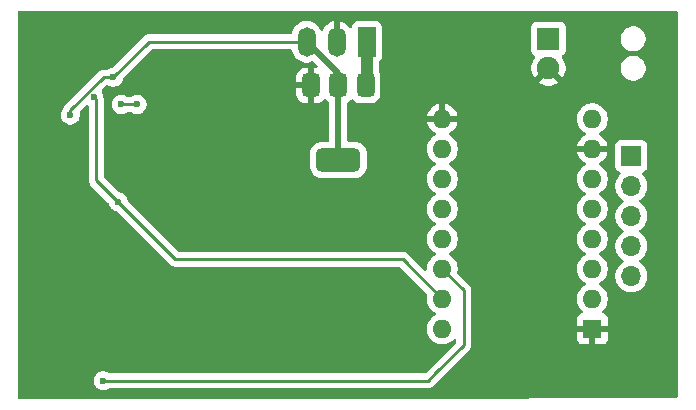
<source format=gbr>
G04 #@! TF.GenerationSoftware,KiCad,Pcbnew,9.0.1*
G04 #@! TF.CreationDate,2025-04-16T16:06:57+02:00*
G04 #@! TF.ProjectId,RulleGardin,52756c6c-6547-4617-9264-696e2e6b6963,rev?*
G04 #@! TF.SameCoordinates,Original*
G04 #@! TF.FileFunction,Copper,L2,Bot*
G04 #@! TF.FilePolarity,Positive*
%FSLAX46Y46*%
G04 Gerber Fmt 4.6, Leading zero omitted, Abs format (unit mm)*
G04 Created by KiCad (PCBNEW 9.0.1) date 2025-04-16 16:06:57*
%MOMM*%
%LPD*%
G01*
G04 APERTURE LIST*
G04 Aperture macros list*
%AMRoundRect*
0 Rectangle with rounded corners*
0 $1 Rounding radius*
0 $2 $3 $4 $5 $6 $7 $8 $9 X,Y pos of 4 corners*
0 Add a 4 corners polygon primitive as box body*
4,1,4,$2,$3,$4,$5,$6,$7,$8,$9,$2,$3,0*
0 Add four circle primitives for the rounded corners*
1,1,$1+$1,$2,$3*
1,1,$1+$1,$4,$5*
1,1,$1+$1,$6,$7*
1,1,$1+$1,$8,$9*
0 Add four rect primitives between the rounded corners*
20,1,$1+$1,$2,$3,$4,$5,0*
20,1,$1+$1,$4,$5,$6,$7,0*
20,1,$1+$1,$6,$7,$8,$9,0*
20,1,$1+$1,$8,$9,$2,$3,0*%
G04 Aperture macros list end*
G04 #@! TA.AperFunction,ComponentPad*
%ADD10R,1.700000X1.700000*%
G04 #@! TD*
G04 #@! TA.AperFunction,ComponentPad*
%ADD11O,1.700000X1.700000*%
G04 #@! TD*
G04 #@! TA.AperFunction,ComponentPad*
%ADD12R,1.900000X1.900000*%
G04 #@! TD*
G04 #@! TA.AperFunction,ComponentPad*
%ADD13C,1.900000*%
G04 #@! TD*
G04 #@! TA.AperFunction,ComponentPad*
%ADD14R,1.600000X1.600000*%
G04 #@! TD*
G04 #@! TA.AperFunction,ComponentPad*
%ADD15O,1.600000X1.600000*%
G04 #@! TD*
G04 #@! TA.AperFunction,ComponentPad*
%ADD16R,1.500000X2.500000*%
G04 #@! TD*
G04 #@! TA.AperFunction,ComponentPad*
%ADD17O,1.500000X2.500000*%
G04 #@! TD*
G04 #@! TA.AperFunction,SMDPad,CuDef*
%ADD18RoundRect,0.375000X-0.375000X0.625000X-0.375000X-0.625000X0.375000X-0.625000X0.375000X0.625000X0*%
G04 #@! TD*
G04 #@! TA.AperFunction,SMDPad,CuDef*
%ADD19RoundRect,0.500000X-1.400000X0.500000X-1.400000X-0.500000X1.400000X-0.500000X1.400000X0.500000X0*%
G04 #@! TD*
G04 #@! TA.AperFunction,ViaPad*
%ADD20C,0.600000*%
G04 #@! TD*
G04 #@! TA.AperFunction,Conductor*
%ADD21C,0.250000*%
G04 #@! TD*
G04 #@! TA.AperFunction,Conductor*
%ADD22C,0.500000*%
G04 #@! TD*
G04 #@! TA.AperFunction,Conductor*
%ADD23C,1.000000*%
G04 #@! TD*
G04 APERTURE END LIST*
D10*
X200000000Y-98380000D03*
D11*
X200000000Y-100920000D03*
X200000000Y-103460000D03*
X200000000Y-106000000D03*
X200000000Y-108540000D03*
D12*
X192985000Y-88450000D03*
D13*
X192985000Y-90950000D03*
D14*
X196700000Y-113000000D03*
D15*
X196700000Y-110460000D03*
X196700000Y-107920000D03*
X196700000Y-105380000D03*
X196700000Y-102840000D03*
X196700000Y-100300000D03*
X196700000Y-97760000D03*
X196700000Y-95220000D03*
X184000000Y-95220000D03*
X184000000Y-97760000D03*
X184000000Y-100300000D03*
X184000000Y-102840000D03*
X184000000Y-105380000D03*
X184000000Y-107920000D03*
X184000000Y-110460000D03*
X184000000Y-113000000D03*
D16*
X177600000Y-88700000D03*
D17*
X175060000Y-88700000D03*
X172520000Y-88700000D03*
D18*
X172900000Y-92400000D03*
X175200000Y-92400000D03*
D19*
X175200000Y-98700000D03*
D18*
X177500000Y-92400000D03*
D20*
X152500000Y-94900000D03*
X156150000Y-91700000D03*
X156550000Y-102250000D03*
X154500000Y-93400000D03*
X194600000Y-98000000D03*
X190300000Y-117600000D03*
X190100000Y-116000000D03*
X155300000Y-117400000D03*
X186900000Y-106100000D03*
X179800000Y-103500000D03*
X182200000Y-102000000D03*
X179700000Y-98900000D03*
X171100000Y-100900000D03*
X149200000Y-114600000D03*
X158151000Y-94000000D03*
X156800000Y-94000000D03*
X149300000Y-97400000D03*
X151200000Y-95000000D03*
X156900000Y-89500000D03*
D21*
X152500000Y-94514702D02*
X152500000Y-94900000D01*
X155314702Y-91700000D02*
X152500000Y-94514702D01*
X156150000Y-91700000D02*
X155314702Y-91700000D01*
X156150000Y-91700000D02*
X159150000Y-88700000D01*
X159150000Y-88700000D02*
X172520000Y-88700000D01*
X156550000Y-102250000D02*
X154700000Y-100400000D01*
X154700000Y-93600000D02*
X154500000Y-93400000D01*
X154700000Y-100400000D02*
X154700000Y-93600000D01*
X161400000Y-107100000D02*
X156550000Y-102250000D01*
X165100000Y-107100000D02*
X161400000Y-107100000D01*
X180640000Y-107100000D02*
X165100000Y-107100000D01*
X184000000Y-110460000D02*
X180640000Y-107100000D01*
D22*
X175200000Y-98700000D02*
X175200000Y-92400000D01*
D23*
X177600000Y-92300000D02*
X177500000Y-92400000D01*
X177600000Y-88700000D02*
X177600000Y-92300000D01*
D22*
X175200000Y-91380000D02*
X172520000Y-88700000D01*
X175200000Y-92400000D02*
X175200000Y-91380000D01*
D21*
X182800000Y-117400000D02*
X155300000Y-117400000D01*
X183500000Y-116700000D02*
X182800000Y-117400000D01*
X185800000Y-114400000D02*
X183500000Y-116700000D01*
X185800000Y-109720000D02*
X185800000Y-114400000D01*
X184000000Y-107920000D02*
X185800000Y-109720000D01*
X156800000Y-94000000D02*
X158151000Y-94000000D01*
G04 #@! TA.AperFunction,Conductor*
G36*
X203866621Y-86095502D02*
G01*
X203913114Y-86149158D01*
X203924500Y-86201500D01*
X203924500Y-118736495D01*
X203904498Y-118804616D01*
X203850842Y-118851109D01*
X203798811Y-118862495D01*
X178703718Y-118924337D01*
X178637681Y-118924500D01*
X148201500Y-118924500D01*
X148133379Y-118904498D01*
X148086886Y-118850842D01*
X148075500Y-118798500D01*
X148075500Y-94820367D01*
X151691500Y-94820367D01*
X151691500Y-94820370D01*
X151691500Y-94979630D01*
X151722570Y-95135831D01*
X151783517Y-95282968D01*
X151871997Y-95415389D01*
X151871998Y-95415390D01*
X151872003Y-95415396D01*
X151984603Y-95527996D01*
X151984609Y-95528001D01*
X151984611Y-95528003D01*
X152117032Y-95616483D01*
X152264169Y-95677430D01*
X152420370Y-95708500D01*
X152420371Y-95708500D01*
X152579629Y-95708500D01*
X152579630Y-95708500D01*
X152735831Y-95677430D01*
X152882968Y-95616483D01*
X153015389Y-95528003D01*
X153128003Y-95415389D01*
X153216483Y-95282968D01*
X153277430Y-95135831D01*
X153308500Y-94979630D01*
X153308500Y-94820370D01*
X153285426Y-94704369D01*
X153291754Y-94633658D01*
X153319907Y-94590697D01*
X153850344Y-94060260D01*
X153878640Y-94044810D01*
X153906055Y-94027861D01*
X153909568Y-94027922D01*
X153912655Y-94026237D01*
X153944821Y-94028537D01*
X153977041Y-94029100D01*
X153981327Y-94031148D01*
X153983471Y-94031302D01*
X154009396Y-94044563D01*
X154010462Y-94045276D01*
X154056010Y-94099733D01*
X154066500Y-94150067D01*
X154066500Y-100337606D01*
X154066500Y-100462394D01*
X154090845Y-100584785D01*
X154138600Y-100700075D01*
X154207929Y-100803833D01*
X154207931Y-100803835D01*
X155716402Y-102312306D01*
X155750428Y-102374618D01*
X155750886Y-102376819D01*
X155772570Y-102485831D01*
X155833517Y-102632968D01*
X155921997Y-102765389D01*
X155921998Y-102765390D01*
X155922003Y-102765396D01*
X156034603Y-102877996D01*
X156034609Y-102878001D01*
X156034611Y-102878003D01*
X156167032Y-102966483D01*
X156167036Y-102966485D01*
X156314162Y-103027428D01*
X156314166Y-103027428D01*
X156314169Y-103027430D01*
X156423179Y-103049112D01*
X156486087Y-103082019D01*
X156487692Y-103083596D01*
X160996161Y-107592067D01*
X160996167Y-107592072D01*
X161099925Y-107661401D01*
X161215215Y-107709155D01*
X161337606Y-107733500D01*
X165037606Y-107733500D01*
X180325406Y-107733500D01*
X180393527Y-107753502D01*
X180414501Y-107770405D01*
X182688436Y-110044341D01*
X182722462Y-110106653D01*
X182723790Y-110153146D01*
X182702188Y-110289533D01*
X182691500Y-110357019D01*
X182691500Y-110562981D01*
X182723720Y-110766408D01*
X182787366Y-110962290D01*
X182880871Y-111145803D01*
X183001932Y-111312430D01*
X183001934Y-111312432D01*
X183001936Y-111312435D01*
X183147564Y-111458063D01*
X183147567Y-111458065D01*
X183147570Y-111458068D01*
X183314197Y-111579129D01*
X183389962Y-111617733D01*
X183441577Y-111666482D01*
X183458643Y-111735397D01*
X183435742Y-111802598D01*
X183389963Y-111842266D01*
X183321033Y-111877387D01*
X183314193Y-111880873D01*
X183147567Y-112001934D01*
X183147564Y-112001936D01*
X183001936Y-112147564D01*
X183001934Y-112147567D01*
X182880873Y-112314193D01*
X182787367Y-112497708D01*
X182787364Y-112497714D01*
X182723721Y-112693587D01*
X182723720Y-112693590D01*
X182723720Y-112693592D01*
X182691500Y-112897019D01*
X182691500Y-113102981D01*
X182723720Y-113306408D01*
X182787366Y-113502290D01*
X182880871Y-113685803D01*
X183001932Y-113852430D01*
X183001934Y-113852432D01*
X183001936Y-113852435D01*
X183147564Y-113998063D01*
X183147567Y-113998065D01*
X183147570Y-113998068D01*
X183314197Y-114119129D01*
X183497710Y-114212634D01*
X183693592Y-114276280D01*
X183897019Y-114308500D01*
X183897022Y-114308500D01*
X184102978Y-114308500D01*
X184102981Y-114308500D01*
X184306408Y-114276280D01*
X184502290Y-114212634D01*
X184685803Y-114119129D01*
X184852430Y-113998068D01*
X184897807Y-113952691D01*
X184951405Y-113899094D01*
X184971151Y-113888311D01*
X184988158Y-113873575D01*
X185001705Y-113871627D01*
X185013717Y-113865068D01*
X185036160Y-113866673D01*
X185058432Y-113863471D01*
X185070881Y-113869156D01*
X185084532Y-113870133D01*
X185102545Y-113883617D01*
X185123012Y-113892965D01*
X185130410Y-113904477D01*
X185141368Y-113912680D01*
X185149231Y-113933763D01*
X185161396Y-113952691D01*
X185164598Y-113974961D01*
X185166179Y-113979200D01*
X185166500Y-113988189D01*
X185166500Y-114085406D01*
X185146498Y-114153527D01*
X185129595Y-114174501D01*
X182574501Y-116729595D01*
X182512189Y-116763621D01*
X182485406Y-116766500D01*
X155845382Y-116766500D01*
X155777261Y-116746498D01*
X155775447Y-116745309D01*
X155682968Y-116683517D01*
X155535831Y-116622570D01*
X155457730Y-116607035D01*
X155379632Y-116591500D01*
X155379630Y-116591500D01*
X155220370Y-116591500D01*
X155220367Y-116591500D01*
X155103219Y-116614802D01*
X155064169Y-116622570D01*
X155064167Y-116622571D01*
X154917032Y-116683517D01*
X154784609Y-116771998D01*
X154784603Y-116772003D01*
X154672003Y-116884603D01*
X154671998Y-116884609D01*
X154583517Y-117017032D01*
X154522571Y-117164167D01*
X154522570Y-117164170D01*
X154491500Y-117320367D01*
X154491500Y-117320370D01*
X154491500Y-117479630D01*
X154522570Y-117635831D01*
X154583517Y-117782968D01*
X154656415Y-117892068D01*
X154671998Y-117915390D01*
X154672003Y-117915396D01*
X154784603Y-118027996D01*
X154784609Y-118028001D01*
X154784611Y-118028003D01*
X154917032Y-118116483D01*
X155064169Y-118177430D01*
X155220370Y-118208500D01*
X155220371Y-118208500D01*
X155379629Y-118208500D01*
X155379630Y-118208500D01*
X155535831Y-118177430D01*
X155682968Y-118116483D01*
X155775382Y-118054734D01*
X155843133Y-118033520D01*
X155845382Y-118033500D01*
X182862393Y-118033500D01*
X182862394Y-118033500D01*
X182984785Y-118009155D01*
X183100075Y-117961400D01*
X183203833Y-117892071D01*
X183992071Y-117103833D01*
X186292071Y-114803833D01*
X186361400Y-114700075D01*
X186409155Y-114584785D01*
X186433500Y-114462394D01*
X186433500Y-114337606D01*
X186433500Y-109657606D01*
X186409155Y-109535215D01*
X186361400Y-109419925D01*
X186292071Y-109316167D01*
X186203833Y-109227929D01*
X185311563Y-108335659D01*
X185277537Y-108273347D01*
X185276209Y-108226853D01*
X185276278Y-108226411D01*
X185276280Y-108226408D01*
X185308500Y-108022981D01*
X185308500Y-107817019D01*
X185276280Y-107613592D01*
X185212634Y-107417710D01*
X185119129Y-107234197D01*
X184998068Y-107067570D01*
X184998065Y-107067567D01*
X184998063Y-107067564D01*
X184852435Y-106921936D01*
X184852432Y-106921934D01*
X184852430Y-106921932D01*
X184685803Y-106800871D01*
X184610034Y-106762265D01*
X184558422Y-106713519D01*
X184541356Y-106644604D01*
X184564257Y-106577402D01*
X184610034Y-106537735D01*
X184685803Y-106499129D01*
X184852430Y-106378068D01*
X184998068Y-106232430D01*
X185119129Y-106065803D01*
X185212634Y-105882290D01*
X185276280Y-105686408D01*
X185308500Y-105482981D01*
X185308500Y-105277019D01*
X185276280Y-105073592D01*
X185212634Y-104877710D01*
X185119129Y-104694197D01*
X184998068Y-104527570D01*
X184998065Y-104527567D01*
X184998063Y-104527564D01*
X184852435Y-104381936D01*
X184852432Y-104381934D01*
X184852430Y-104381932D01*
X184685803Y-104260871D01*
X184610034Y-104222265D01*
X184558422Y-104173519D01*
X184541356Y-104104604D01*
X184564257Y-104037402D01*
X184610034Y-103997735D01*
X184685803Y-103959129D01*
X184852430Y-103838068D01*
X184998068Y-103692430D01*
X185119129Y-103525803D01*
X185212634Y-103342290D01*
X185276280Y-103146408D01*
X185308500Y-102942981D01*
X185308500Y-102737019D01*
X185276280Y-102533592D01*
X185212634Y-102337710D01*
X185119129Y-102154197D01*
X184998068Y-101987570D01*
X184998065Y-101987567D01*
X184998063Y-101987564D01*
X184852435Y-101841936D01*
X184852432Y-101841934D01*
X184852430Y-101841932D01*
X184685803Y-101720871D01*
X184610034Y-101682265D01*
X184558422Y-101633519D01*
X184541356Y-101564604D01*
X184564257Y-101497402D01*
X184610034Y-101457735D01*
X184685803Y-101419129D01*
X184852430Y-101298068D01*
X184998068Y-101152430D01*
X185119129Y-100985803D01*
X185212634Y-100802290D01*
X185276280Y-100606408D01*
X185308500Y-100402981D01*
X185308500Y-100197019D01*
X185276280Y-99993592D01*
X185212634Y-99797710D01*
X185119129Y-99614197D01*
X184998068Y-99447570D01*
X184998065Y-99447567D01*
X184998063Y-99447564D01*
X184852435Y-99301936D01*
X184852432Y-99301934D01*
X184852430Y-99301932D01*
X184685803Y-99180871D01*
X184610034Y-99142265D01*
X184558422Y-99093519D01*
X184541356Y-99024604D01*
X184564257Y-98957402D01*
X184610034Y-98917735D01*
X184685803Y-98879129D01*
X184852430Y-98758068D01*
X184998068Y-98612430D01*
X185119129Y-98445803D01*
X185212634Y-98262290D01*
X185276280Y-98066408D01*
X185308500Y-97862981D01*
X185308500Y-97657019D01*
X185276280Y-97453592D01*
X185212634Y-97257710D01*
X185119129Y-97074197D01*
X184998068Y-96907570D01*
X184998065Y-96907567D01*
X184998063Y-96907564D01*
X184852435Y-96761936D01*
X184852432Y-96761934D01*
X184852430Y-96761932D01*
X184685803Y-96640871D01*
X184609486Y-96601985D01*
X184557873Y-96553239D01*
X184540807Y-96484324D01*
X184563708Y-96417122D01*
X184609488Y-96377453D01*
X184685545Y-96338699D01*
X184852107Y-96217684D01*
X184852110Y-96217682D01*
X184997682Y-96072110D01*
X184997684Y-96072107D01*
X185118699Y-95905545D01*
X185212170Y-95722099D01*
X185212173Y-95722093D01*
X185275791Y-95526295D01*
X185284074Y-95474000D01*
X184311686Y-95474000D01*
X184320080Y-95465606D01*
X184372741Y-95374394D01*
X184400000Y-95272661D01*
X184400000Y-95167339D01*
X184386517Y-95117019D01*
X195391500Y-95117019D01*
X195391500Y-95322981D01*
X195423702Y-95526295D01*
X195423721Y-95526412D01*
X195472789Y-95677429D01*
X195487366Y-95722290D01*
X195580871Y-95905803D01*
X195701932Y-96072430D01*
X195701934Y-96072432D01*
X195701936Y-96072435D01*
X195847564Y-96218063D01*
X195847567Y-96218065D01*
X195847570Y-96218068D01*
X196014197Y-96339129D01*
X196090511Y-96378013D01*
X196142126Y-96426760D01*
X196159192Y-96495675D01*
X196136292Y-96562876D01*
X196090513Y-96602545D01*
X196014455Y-96641299D01*
X195847892Y-96762315D01*
X195847889Y-96762317D01*
X195702317Y-96907889D01*
X195702315Y-96907892D01*
X195581300Y-97074454D01*
X195487829Y-97257900D01*
X195487826Y-97257906D01*
X195424208Y-97453704D01*
X195415926Y-97506000D01*
X196388314Y-97506000D01*
X196379920Y-97514394D01*
X196327259Y-97605606D01*
X196300000Y-97707339D01*
X196300000Y-97812661D01*
X196327259Y-97914394D01*
X196379920Y-98005606D01*
X196388314Y-98014000D01*
X195415926Y-98014000D01*
X195424208Y-98066295D01*
X195487826Y-98262093D01*
X195487829Y-98262099D01*
X195581300Y-98445545D01*
X195702315Y-98612107D01*
X195702317Y-98612110D01*
X195847889Y-98757682D01*
X195847892Y-98757684D01*
X196014455Y-98878700D01*
X196090511Y-98917453D01*
X196142126Y-98966202D01*
X196159192Y-99035117D01*
X196136291Y-99102318D01*
X196090511Y-99141987D01*
X196014193Y-99180872D01*
X195847567Y-99301934D01*
X195847564Y-99301936D01*
X195701936Y-99447564D01*
X195701934Y-99447567D01*
X195580873Y-99614193D01*
X195487367Y-99797708D01*
X195487364Y-99797714D01*
X195423721Y-99993587D01*
X195423720Y-99993590D01*
X195423720Y-99993592D01*
X195391500Y-100197019D01*
X195391500Y-100402981D01*
X195423720Y-100606408D01*
X195423721Y-100606412D01*
X195454154Y-100700076D01*
X195487366Y-100802290D01*
X195580871Y-100985803D01*
X195701932Y-101152430D01*
X195701934Y-101152432D01*
X195701936Y-101152435D01*
X195847564Y-101298063D01*
X195847567Y-101298065D01*
X195847570Y-101298068D01*
X196014197Y-101419129D01*
X196089962Y-101457733D01*
X196141577Y-101506482D01*
X196158643Y-101575397D01*
X196135742Y-101642598D01*
X196089963Y-101682266D01*
X196021033Y-101717387D01*
X196014193Y-101720873D01*
X195847567Y-101841934D01*
X195847564Y-101841936D01*
X195701936Y-101987564D01*
X195701934Y-101987567D01*
X195580873Y-102154193D01*
X195487367Y-102337708D01*
X195487364Y-102337714D01*
X195423721Y-102533587D01*
X195423720Y-102533590D01*
X195423720Y-102533592D01*
X195391500Y-102737019D01*
X195391500Y-102942981D01*
X195423720Y-103146408D01*
X195487366Y-103342290D01*
X195580871Y-103525803D01*
X195701932Y-103692430D01*
X195701934Y-103692432D01*
X195701936Y-103692435D01*
X195847564Y-103838063D01*
X195847567Y-103838065D01*
X195847570Y-103838068D01*
X196014197Y-103959129D01*
X196089962Y-103997733D01*
X196141577Y-104046482D01*
X196158643Y-104115397D01*
X196135742Y-104182598D01*
X196089963Y-104222266D01*
X196021033Y-104257387D01*
X196014193Y-104260873D01*
X195847567Y-104381934D01*
X195847564Y-104381936D01*
X195701936Y-104527564D01*
X195701934Y-104527567D01*
X195580873Y-104694193D01*
X195487367Y-104877708D01*
X195487364Y-104877714D01*
X195423721Y-105073587D01*
X195423720Y-105073590D01*
X195423720Y-105073592D01*
X195391500Y-105277019D01*
X195391500Y-105482981D01*
X195423720Y-105686408D01*
X195487366Y-105882290D01*
X195580871Y-106065803D01*
X195701932Y-106232430D01*
X195701934Y-106232432D01*
X195701936Y-106232435D01*
X195847564Y-106378063D01*
X195847567Y-106378065D01*
X195847570Y-106378068D01*
X196014197Y-106499129D01*
X196089962Y-106537733D01*
X196141577Y-106586482D01*
X196158643Y-106655397D01*
X196135742Y-106722598D01*
X196089963Y-106762266D01*
X196021033Y-106797387D01*
X196014193Y-106800873D01*
X195847567Y-106921934D01*
X195847564Y-106921936D01*
X195701936Y-107067564D01*
X195701934Y-107067567D01*
X195580873Y-107234193D01*
X195487367Y-107417708D01*
X195487364Y-107417714D01*
X195423721Y-107613587D01*
X195423720Y-107613590D01*
X195423720Y-107613592D01*
X195391500Y-107817019D01*
X195391500Y-108022981D01*
X195423720Y-108226408D01*
X195423721Y-108226412D01*
X195453275Y-108317371D01*
X195487366Y-108422290D01*
X195580871Y-108605803D01*
X195701932Y-108772430D01*
X195701934Y-108772432D01*
X195701936Y-108772435D01*
X195847564Y-108918063D01*
X195847567Y-108918065D01*
X195847570Y-108918068D01*
X196014197Y-109039129D01*
X196089962Y-109077733D01*
X196141577Y-109126482D01*
X196158643Y-109195397D01*
X196135742Y-109262598D01*
X196089963Y-109302266D01*
X196021033Y-109337387D01*
X196014193Y-109340873D01*
X195847567Y-109461934D01*
X195847564Y-109461936D01*
X195701936Y-109607564D01*
X195701934Y-109607567D01*
X195580873Y-109774193D01*
X195487367Y-109957708D01*
X195487364Y-109957714D01*
X195423721Y-110153587D01*
X195423720Y-110153590D01*
X195423720Y-110153592D01*
X195391500Y-110357019D01*
X195391500Y-110562981D01*
X195423720Y-110766408D01*
X195487366Y-110962290D01*
X195580871Y-111145803D01*
X195701932Y-111312430D01*
X195701934Y-111312432D01*
X195701936Y-111312435D01*
X195847564Y-111458063D01*
X195847567Y-111458065D01*
X195847570Y-111458068D01*
X195863927Y-111469952D01*
X195863930Y-111469954D01*
X195907284Y-111526176D01*
X195913359Y-111596912D01*
X195880228Y-111659704D01*
X195818408Y-111694615D01*
X195803343Y-111697167D01*
X195790909Y-111698504D01*
X195790908Y-111698504D01*
X195654035Y-111749555D01*
X195654034Y-111749555D01*
X195537095Y-111837095D01*
X195449555Y-111954034D01*
X195449555Y-111954035D01*
X195398505Y-112090906D01*
X195392000Y-112151402D01*
X195392000Y-112746000D01*
X196388314Y-112746000D01*
X196379920Y-112754394D01*
X196327259Y-112845606D01*
X196300000Y-112947339D01*
X196300000Y-113052661D01*
X196327259Y-113154394D01*
X196379920Y-113245606D01*
X196388314Y-113254000D01*
X195392000Y-113254000D01*
X195392000Y-113848597D01*
X195398505Y-113909093D01*
X195449555Y-114045964D01*
X195449555Y-114045965D01*
X195537095Y-114162904D01*
X195654034Y-114250444D01*
X195790906Y-114301494D01*
X195851402Y-114307999D01*
X195851415Y-114308000D01*
X196446000Y-114308000D01*
X196446000Y-113311686D01*
X196454394Y-113320080D01*
X196545606Y-113372741D01*
X196647339Y-113400000D01*
X196752661Y-113400000D01*
X196854394Y-113372741D01*
X196945606Y-113320080D01*
X196954000Y-113311686D01*
X196954000Y-114308000D01*
X197548585Y-114308000D01*
X197548597Y-114307999D01*
X197609093Y-114301494D01*
X197745964Y-114250444D01*
X197745965Y-114250444D01*
X197862904Y-114162904D01*
X197950444Y-114045965D01*
X197950444Y-114045964D01*
X198001494Y-113909093D01*
X198007999Y-113848597D01*
X198008000Y-113848585D01*
X198008000Y-113254000D01*
X197011686Y-113254000D01*
X197020080Y-113245606D01*
X197072741Y-113154394D01*
X197100000Y-113052661D01*
X197100000Y-112947339D01*
X197072741Y-112845606D01*
X197020080Y-112754394D01*
X197011686Y-112746000D01*
X198008000Y-112746000D01*
X198008000Y-112151414D01*
X198007999Y-112151402D01*
X198001494Y-112090906D01*
X197950444Y-111954035D01*
X197950444Y-111954034D01*
X197862904Y-111837095D01*
X197745965Y-111749555D01*
X197609094Y-111698505D01*
X197596657Y-111697168D01*
X197531065Y-111669996D01*
X197490576Y-111611676D01*
X197488045Y-111540725D01*
X197524275Y-111479668D01*
X197536070Y-111469954D01*
X197552430Y-111458068D01*
X197698068Y-111312430D01*
X197819129Y-111145803D01*
X197912634Y-110962290D01*
X197976280Y-110766408D01*
X198008500Y-110562981D01*
X198008500Y-110357019D01*
X197976280Y-110153592D01*
X197912634Y-109957710D01*
X197819129Y-109774197D01*
X197698068Y-109607570D01*
X197698065Y-109607567D01*
X197698063Y-109607564D01*
X197552435Y-109461936D01*
X197552432Y-109461934D01*
X197552430Y-109461932D01*
X197385803Y-109340871D01*
X197310034Y-109302265D01*
X197258422Y-109253519D01*
X197241356Y-109184604D01*
X197264257Y-109117402D01*
X197310034Y-109077735D01*
X197385803Y-109039129D01*
X197552430Y-108918068D01*
X197698068Y-108772430D01*
X197819129Y-108605803D01*
X197912634Y-108422290D01*
X197976280Y-108226408D01*
X198008500Y-108022981D01*
X198008500Y-107817019D01*
X197976280Y-107613592D01*
X197912634Y-107417710D01*
X197819129Y-107234197D01*
X197698068Y-107067570D01*
X197698065Y-107067567D01*
X197698063Y-107067564D01*
X197552435Y-106921936D01*
X197552432Y-106921934D01*
X197552430Y-106921932D01*
X197385803Y-106800871D01*
X197310034Y-106762265D01*
X197258422Y-106713519D01*
X197241356Y-106644604D01*
X197264257Y-106577402D01*
X197310034Y-106537735D01*
X197385803Y-106499129D01*
X197552430Y-106378068D01*
X197698068Y-106232430D01*
X197819129Y-106065803D01*
X197912634Y-105882290D01*
X197976280Y-105686408D01*
X198008500Y-105482981D01*
X198008500Y-105277019D01*
X197976280Y-105073592D01*
X197912634Y-104877710D01*
X197819129Y-104694197D01*
X197698068Y-104527570D01*
X197698065Y-104527567D01*
X197698063Y-104527564D01*
X197552435Y-104381936D01*
X197552432Y-104381934D01*
X197552430Y-104381932D01*
X197385803Y-104260871D01*
X197310034Y-104222265D01*
X197258422Y-104173519D01*
X197241356Y-104104604D01*
X197264257Y-104037402D01*
X197310034Y-103997735D01*
X197385803Y-103959129D01*
X197552430Y-103838068D01*
X197698068Y-103692430D01*
X197819129Y-103525803D01*
X197912634Y-103342290D01*
X197976280Y-103146408D01*
X198008500Y-102942981D01*
X198008500Y-102737019D01*
X197976280Y-102533592D01*
X197912634Y-102337710D01*
X197819129Y-102154197D01*
X197698068Y-101987570D01*
X197698065Y-101987567D01*
X197698063Y-101987564D01*
X197552435Y-101841936D01*
X197552432Y-101841934D01*
X197552430Y-101841932D01*
X197385803Y-101720871D01*
X197310034Y-101682265D01*
X197258422Y-101633519D01*
X197241356Y-101564604D01*
X197264257Y-101497402D01*
X197310034Y-101457735D01*
X197385803Y-101419129D01*
X197552430Y-101298068D01*
X197698068Y-101152430D01*
X197819129Y-100985803D01*
X197912634Y-100802290D01*
X197976280Y-100606408D01*
X198008500Y-100402981D01*
X198008500Y-100197019D01*
X197976280Y-99993592D01*
X197912634Y-99797710D01*
X197819129Y-99614197D01*
X197698068Y-99447570D01*
X197698065Y-99447567D01*
X197698063Y-99447564D01*
X197552435Y-99301936D01*
X197552432Y-99301934D01*
X197552430Y-99301932D01*
X197385803Y-99180871D01*
X197309486Y-99141985D01*
X197257873Y-99093239D01*
X197240807Y-99024324D01*
X197263708Y-98957122D01*
X197309488Y-98917453D01*
X197385545Y-98878699D01*
X197552107Y-98757684D01*
X197552110Y-98757682D01*
X197697682Y-98612110D01*
X197697684Y-98612107D01*
X197818699Y-98445545D01*
X197912170Y-98262099D01*
X197912173Y-98262093D01*
X197975791Y-98066295D01*
X197984074Y-98014000D01*
X197011686Y-98014000D01*
X197020080Y-98005606D01*
X197072741Y-97914394D01*
X197100000Y-97812661D01*
X197100000Y-97707339D01*
X197072741Y-97605606D01*
X197020080Y-97514394D01*
X197011686Y-97506000D01*
X197984074Y-97506000D01*
X197982760Y-97497698D01*
X197980170Y-97481350D01*
X198641500Y-97481350D01*
X198641500Y-99278649D01*
X198648009Y-99339196D01*
X198648011Y-99339204D01*
X198699110Y-99476202D01*
X198699112Y-99476207D01*
X198786738Y-99593261D01*
X198903791Y-99680886D01*
X198903792Y-99680886D01*
X198903796Y-99680889D01*
X199021711Y-99724869D01*
X199078543Y-99767414D01*
X199103354Y-99833934D01*
X199088263Y-99903308D01*
X199066771Y-99932018D01*
X198963794Y-100034995D01*
X198838108Y-100207987D01*
X198741029Y-100398515D01*
X198741026Y-100398521D01*
X198674952Y-100601878D01*
X198674951Y-100601883D01*
X198674951Y-100601884D01*
X198641500Y-100813084D01*
X198641500Y-101026916D01*
X198674951Y-101238116D01*
X198674952Y-101238121D01*
X198741026Y-101441478D01*
X198741028Y-101441483D01*
X198838106Y-101632009D01*
X198963794Y-101805004D01*
X198963796Y-101805006D01*
X198963798Y-101805009D01*
X199114990Y-101956201D01*
X199114993Y-101956203D01*
X199114996Y-101956206D01*
X199287991Y-102081894D01*
X199287996Y-102081896D01*
X199289088Y-102082566D01*
X199289418Y-102082931D01*
X199291996Y-102084804D01*
X199291602Y-102085345D01*
X199336721Y-102135213D01*
X199348328Y-102205255D01*
X199320226Y-102270453D01*
X199291870Y-102295023D01*
X199291996Y-102295196D01*
X199289982Y-102296658D01*
X199289088Y-102297434D01*
X199287987Y-102298108D01*
X199114993Y-102423796D01*
X199114990Y-102423798D01*
X198963798Y-102574990D01*
X198963796Y-102574993D01*
X198838108Y-102747987D01*
X198741029Y-102938515D01*
X198741026Y-102938521D01*
X198674952Y-103141878D01*
X198674951Y-103141883D01*
X198674951Y-103141884D01*
X198641500Y-103353084D01*
X198641500Y-103566916D01*
X198674951Y-103778116D01*
X198674952Y-103778121D01*
X198741026Y-103981478D01*
X198741028Y-103981483D01*
X198838106Y-104172009D01*
X198963794Y-104345004D01*
X198963796Y-104345006D01*
X198963798Y-104345009D01*
X199114990Y-104496201D01*
X199114993Y-104496203D01*
X199114996Y-104496206D01*
X199287991Y-104621894D01*
X199287996Y-104621896D01*
X199289088Y-104622566D01*
X199289418Y-104622931D01*
X199291996Y-104624804D01*
X199291602Y-104625345D01*
X199336721Y-104675213D01*
X199348328Y-104745255D01*
X199320226Y-104810453D01*
X199291870Y-104835023D01*
X199291996Y-104835196D01*
X199289982Y-104836658D01*
X199289088Y-104837434D01*
X199287987Y-104838108D01*
X199114993Y-104963796D01*
X199114990Y-104963798D01*
X198963798Y-105114990D01*
X198963796Y-105114993D01*
X198838108Y-105287987D01*
X198741029Y-105478515D01*
X198741026Y-105478521D01*
X198674952Y-105681878D01*
X198674951Y-105681883D01*
X198674951Y-105681884D01*
X198641500Y-105893084D01*
X198641500Y-106106916D01*
X198674951Y-106318116D01*
X198674952Y-106318121D01*
X198741026Y-106521478D01*
X198741028Y-106521483D01*
X198838106Y-106712009D01*
X198963794Y-106885004D01*
X198963796Y-106885006D01*
X198963798Y-106885009D01*
X199114990Y-107036201D01*
X199114993Y-107036203D01*
X199114996Y-107036206D01*
X199287991Y-107161894D01*
X199287996Y-107161896D01*
X199289088Y-107162566D01*
X199289418Y-107162931D01*
X199291996Y-107164804D01*
X199291602Y-107165345D01*
X199336721Y-107215213D01*
X199348328Y-107285255D01*
X199320226Y-107350453D01*
X199291870Y-107375023D01*
X199291996Y-107375196D01*
X199289982Y-107376658D01*
X199289088Y-107377434D01*
X199287987Y-107378108D01*
X199114993Y-107503796D01*
X199114990Y-107503798D01*
X198963798Y-107654990D01*
X198963796Y-107654993D01*
X198838108Y-107827987D01*
X198741029Y-108018515D01*
X198741026Y-108018521D01*
X198674952Y-108221878D01*
X198674951Y-108221883D01*
X198674951Y-108221884D01*
X198641500Y-108433084D01*
X198641500Y-108646916D01*
X198674951Y-108858116D01*
X198674952Y-108858121D01*
X198741026Y-109061478D01*
X198741028Y-109061483D01*
X198838106Y-109252009D01*
X198963794Y-109425004D01*
X198963796Y-109425006D01*
X198963798Y-109425009D01*
X199114990Y-109576201D01*
X199114993Y-109576203D01*
X199114996Y-109576206D01*
X199287991Y-109701894D01*
X199478517Y-109798972D01*
X199681878Y-109865047D01*
X199681879Y-109865047D01*
X199681884Y-109865049D01*
X199893084Y-109898500D01*
X199893087Y-109898500D01*
X200106913Y-109898500D01*
X200106916Y-109898500D01*
X200318116Y-109865049D01*
X200521483Y-109798972D01*
X200712009Y-109701894D01*
X200885004Y-109576206D01*
X201036206Y-109425004D01*
X201161894Y-109252009D01*
X201258972Y-109061483D01*
X201325049Y-108858116D01*
X201358500Y-108646916D01*
X201358500Y-108433084D01*
X201325049Y-108221884D01*
X201258972Y-108018517D01*
X201161894Y-107827991D01*
X201036206Y-107654996D01*
X201036203Y-107654993D01*
X201036201Y-107654990D01*
X200885009Y-107503798D01*
X200885006Y-107503796D01*
X200885004Y-107503794D01*
X200712009Y-107378106D01*
X200712007Y-107378105D01*
X200710920Y-107377439D01*
X200710591Y-107377075D01*
X200708004Y-107375196D01*
X200708398Y-107374652D01*
X200663283Y-107324796D01*
X200651670Y-107254756D01*
X200679766Y-107189555D01*
X200708130Y-107164978D01*
X200708004Y-107164804D01*
X200710030Y-107163331D01*
X200710920Y-107162561D01*
X200711997Y-107161899D01*
X200712009Y-107161894D01*
X200885004Y-107036206D01*
X201036206Y-106885004D01*
X201161894Y-106712009D01*
X201258972Y-106521483D01*
X201325049Y-106318116D01*
X201358500Y-106106916D01*
X201358500Y-105893084D01*
X201325049Y-105681884D01*
X201258972Y-105478517D01*
X201161894Y-105287991D01*
X201036206Y-105114996D01*
X201036203Y-105114993D01*
X201036201Y-105114990D01*
X200885009Y-104963798D01*
X200885006Y-104963796D01*
X200885004Y-104963794D01*
X200712009Y-104838106D01*
X200712007Y-104838105D01*
X200710920Y-104837439D01*
X200710591Y-104837075D01*
X200708004Y-104835196D01*
X200708398Y-104834652D01*
X200663283Y-104784796D01*
X200651670Y-104714756D01*
X200679766Y-104649555D01*
X200708130Y-104624978D01*
X200708004Y-104624804D01*
X200710030Y-104623331D01*
X200710920Y-104622561D01*
X200711997Y-104621899D01*
X200712009Y-104621894D01*
X200885004Y-104496206D01*
X201036206Y-104345004D01*
X201161894Y-104172009D01*
X201258972Y-103981483D01*
X201325049Y-103778116D01*
X201358500Y-103566916D01*
X201358500Y-103353084D01*
X201325049Y-103141884D01*
X201258972Y-102938517D01*
X201161894Y-102747991D01*
X201036206Y-102574996D01*
X201036203Y-102574993D01*
X201036201Y-102574990D01*
X200885009Y-102423798D01*
X200885006Y-102423796D01*
X200885004Y-102423794D01*
X200712009Y-102298106D01*
X200712007Y-102298105D01*
X200710920Y-102297439D01*
X200710591Y-102297075D01*
X200708004Y-102295196D01*
X200708398Y-102294652D01*
X200663283Y-102244796D01*
X200651670Y-102174756D01*
X200679766Y-102109555D01*
X200708130Y-102084978D01*
X200708004Y-102084804D01*
X200710030Y-102083331D01*
X200710920Y-102082561D01*
X200711997Y-102081899D01*
X200712009Y-102081894D01*
X200885004Y-101956206D01*
X201036206Y-101805004D01*
X201161894Y-101632009D01*
X201258972Y-101441483D01*
X201325049Y-101238116D01*
X201358500Y-101026916D01*
X201358500Y-100813084D01*
X201325049Y-100601884D01*
X201258972Y-100398517D01*
X201161894Y-100207991D01*
X201036206Y-100034996D01*
X201036203Y-100034993D01*
X201036201Y-100034990D01*
X200933229Y-99932018D01*
X200899203Y-99869706D01*
X200904268Y-99798891D01*
X200946815Y-99742055D01*
X200978284Y-99724871D01*
X201096204Y-99680889D01*
X201213261Y-99593261D01*
X201300889Y-99476204D01*
X201351989Y-99339201D01*
X201355996Y-99301936D01*
X201358499Y-99278649D01*
X201358500Y-99278632D01*
X201358500Y-97481367D01*
X201358499Y-97481350D01*
X201351990Y-97420803D01*
X201351988Y-97420795D01*
X201300889Y-97283797D01*
X201300887Y-97283792D01*
X201213261Y-97166738D01*
X201096207Y-97079112D01*
X201096202Y-97079110D01*
X200959204Y-97028011D01*
X200959196Y-97028009D01*
X200898649Y-97021500D01*
X200898638Y-97021500D01*
X199101362Y-97021500D01*
X199101350Y-97021500D01*
X199040803Y-97028009D01*
X199040795Y-97028011D01*
X198903797Y-97079110D01*
X198903792Y-97079112D01*
X198786738Y-97166738D01*
X198699112Y-97283792D01*
X198699110Y-97283797D01*
X198648011Y-97420795D01*
X198648009Y-97420803D01*
X198641500Y-97481350D01*
X197980170Y-97481350D01*
X197975791Y-97453702D01*
X197912173Y-97257906D01*
X197912170Y-97257900D01*
X197818699Y-97074454D01*
X197697684Y-96907892D01*
X197697682Y-96907889D01*
X197552110Y-96762317D01*
X197552107Y-96762315D01*
X197385542Y-96641298D01*
X197309487Y-96602545D01*
X197257872Y-96553797D01*
X197240807Y-96484882D01*
X197263708Y-96417680D01*
X197309485Y-96378014D01*
X197385803Y-96339129D01*
X197552430Y-96218068D01*
X197698068Y-96072430D01*
X197819129Y-95905803D01*
X197912634Y-95722290D01*
X197976280Y-95526408D01*
X198008500Y-95322981D01*
X198008500Y-95117019D01*
X197976280Y-94913592D01*
X197912634Y-94717710D01*
X197819129Y-94534197D01*
X197698068Y-94367570D01*
X197698065Y-94367567D01*
X197698063Y-94367564D01*
X197552435Y-94221936D01*
X197552432Y-94221934D01*
X197552430Y-94221932D01*
X197399560Y-94110866D01*
X197385806Y-94100873D01*
X197385805Y-94100872D01*
X197385803Y-94100871D01*
X197202290Y-94007366D01*
X197202287Y-94007365D01*
X197202285Y-94007364D01*
X197006412Y-93943721D01*
X197006410Y-93943720D01*
X197006408Y-93943720D01*
X196802981Y-93911500D01*
X196597019Y-93911500D01*
X196393592Y-93943720D01*
X196393590Y-93943720D01*
X196393587Y-93943721D01*
X196197714Y-94007364D01*
X196197708Y-94007367D01*
X196014193Y-94100873D01*
X195847567Y-94221934D01*
X195847564Y-94221936D01*
X195701936Y-94367564D01*
X195701934Y-94367567D01*
X195580873Y-94534193D01*
X195487367Y-94717708D01*
X195487364Y-94717714D01*
X195423721Y-94913587D01*
X195423720Y-94913590D01*
X195423720Y-94913592D01*
X195391500Y-95117019D01*
X184386517Y-95117019D01*
X184372741Y-95065606D01*
X184320080Y-94974394D01*
X184311686Y-94966000D01*
X185284074Y-94966000D01*
X185275791Y-94913704D01*
X185212173Y-94717906D01*
X185212170Y-94717900D01*
X185118699Y-94534454D01*
X184997684Y-94367892D01*
X184997682Y-94367889D01*
X184852110Y-94222317D01*
X184852107Y-94222315D01*
X184685545Y-94101300D01*
X184502099Y-94007829D01*
X184502093Y-94007826D01*
X184306294Y-93944208D01*
X184306296Y-93944208D01*
X184254000Y-93935925D01*
X184254000Y-94908314D01*
X184245606Y-94899920D01*
X184154394Y-94847259D01*
X184052661Y-94820000D01*
X183947339Y-94820000D01*
X183845606Y-94847259D01*
X183754394Y-94899920D01*
X183746000Y-94908314D01*
X183746000Y-93935925D01*
X183693704Y-93944208D01*
X183497906Y-94007826D01*
X183497900Y-94007829D01*
X183314454Y-94101300D01*
X183147892Y-94222315D01*
X183147889Y-94222317D01*
X183002317Y-94367889D01*
X183002315Y-94367892D01*
X182881300Y-94534454D01*
X182787829Y-94717900D01*
X182787826Y-94717906D01*
X182724208Y-94913704D01*
X182715926Y-94966000D01*
X183688314Y-94966000D01*
X183679920Y-94974394D01*
X183627259Y-95065606D01*
X183600000Y-95167339D01*
X183600000Y-95272661D01*
X183627259Y-95374394D01*
X183679920Y-95465606D01*
X183688314Y-95474000D01*
X182715926Y-95474000D01*
X182724208Y-95526295D01*
X182787826Y-95722093D01*
X182787829Y-95722099D01*
X182881300Y-95905545D01*
X183002315Y-96072107D01*
X183002317Y-96072110D01*
X183147889Y-96217682D01*
X183147892Y-96217684D01*
X183314455Y-96338700D01*
X183390511Y-96377453D01*
X183442126Y-96426202D01*
X183459192Y-96495117D01*
X183436291Y-96562318D01*
X183390511Y-96601987D01*
X183314193Y-96640872D01*
X183147567Y-96761934D01*
X183147564Y-96761936D01*
X183001936Y-96907564D01*
X183001934Y-96907567D01*
X182880873Y-97074193D01*
X182787367Y-97257708D01*
X182787364Y-97257714D01*
X182723721Y-97453587D01*
X182723720Y-97453590D01*
X182723720Y-97453592D01*
X182691500Y-97657019D01*
X182691500Y-97862981D01*
X182723702Y-98066295D01*
X182723721Y-98066412D01*
X182751031Y-98150465D01*
X182787366Y-98262290D01*
X182880871Y-98445803D01*
X183001932Y-98612430D01*
X183001934Y-98612432D01*
X183001936Y-98612435D01*
X183147564Y-98758063D01*
X183147567Y-98758065D01*
X183147570Y-98758068D01*
X183314197Y-98879129D01*
X183389962Y-98917733D01*
X183441577Y-98966482D01*
X183458643Y-99035397D01*
X183435742Y-99102598D01*
X183389963Y-99142266D01*
X183321033Y-99177387D01*
X183314193Y-99180873D01*
X183147567Y-99301934D01*
X183147564Y-99301936D01*
X183001936Y-99447564D01*
X183001934Y-99447567D01*
X182880873Y-99614193D01*
X182787367Y-99797708D01*
X182787364Y-99797714D01*
X182723721Y-99993587D01*
X182723720Y-99993590D01*
X182723720Y-99993592D01*
X182691500Y-100197019D01*
X182691500Y-100402981D01*
X182723720Y-100606408D01*
X182723721Y-100606412D01*
X182754154Y-100700076D01*
X182787366Y-100802290D01*
X182880871Y-100985803D01*
X183001932Y-101152430D01*
X183001934Y-101152432D01*
X183001936Y-101152435D01*
X183147564Y-101298063D01*
X183147567Y-101298065D01*
X183147570Y-101298068D01*
X183314197Y-101419129D01*
X183389962Y-101457733D01*
X183441577Y-101506482D01*
X183458643Y-101575397D01*
X183435742Y-101642598D01*
X183389963Y-101682266D01*
X183321033Y-101717387D01*
X183314193Y-101720873D01*
X183147567Y-101841934D01*
X183147564Y-101841936D01*
X183001936Y-101987564D01*
X183001934Y-101987567D01*
X182880873Y-102154193D01*
X182787367Y-102337708D01*
X182787364Y-102337714D01*
X182723721Y-102533587D01*
X182723720Y-102533590D01*
X182723720Y-102533592D01*
X182691500Y-102737019D01*
X182691500Y-102942981D01*
X182723720Y-103146408D01*
X182787366Y-103342290D01*
X182880871Y-103525803D01*
X183001932Y-103692430D01*
X183001934Y-103692432D01*
X183001936Y-103692435D01*
X183147564Y-103838063D01*
X183147567Y-103838065D01*
X183147570Y-103838068D01*
X183314197Y-103959129D01*
X183389962Y-103997733D01*
X183441577Y-104046482D01*
X183458643Y-104115397D01*
X183435742Y-104182598D01*
X183389963Y-104222266D01*
X183321033Y-104257387D01*
X183314193Y-104260873D01*
X183147567Y-104381934D01*
X183147564Y-104381936D01*
X183001936Y-104527564D01*
X183001934Y-104527567D01*
X182880873Y-104694193D01*
X182787367Y-104877708D01*
X182787364Y-104877714D01*
X182723721Y-105073587D01*
X182723720Y-105073590D01*
X182723720Y-105073592D01*
X182691500Y-105277019D01*
X182691500Y-105482981D01*
X182723720Y-105686408D01*
X182787366Y-105882290D01*
X182880871Y-106065803D01*
X183001932Y-106232430D01*
X183001934Y-106232432D01*
X183001936Y-106232435D01*
X183147564Y-106378063D01*
X183147567Y-106378065D01*
X183147570Y-106378068D01*
X183314197Y-106499129D01*
X183389962Y-106537733D01*
X183441577Y-106586482D01*
X183458643Y-106655397D01*
X183435742Y-106722598D01*
X183389963Y-106762266D01*
X183321033Y-106797387D01*
X183314193Y-106800873D01*
X183147567Y-106921934D01*
X183147564Y-106921936D01*
X183001936Y-107067564D01*
X183001934Y-107067567D01*
X182880873Y-107234193D01*
X182787367Y-107417708D01*
X182787364Y-107417714D01*
X182723721Y-107613587D01*
X182723720Y-107613590D01*
X182723720Y-107613592D01*
X182701561Y-107753502D01*
X182691500Y-107817022D01*
X182691500Y-107951406D01*
X182671498Y-108019527D01*
X182617842Y-108066020D01*
X182547568Y-108076124D01*
X182482988Y-108046630D01*
X182476405Y-108040501D01*
X181043835Y-106607931D01*
X181043833Y-106607929D01*
X180940075Y-106538600D01*
X180824785Y-106490845D01*
X180751086Y-106476185D01*
X180702396Y-106466500D01*
X180702394Y-106466500D01*
X165162394Y-106466500D01*
X161714595Y-106466500D01*
X161646474Y-106446498D01*
X161625500Y-106429595D01*
X157383596Y-102187692D01*
X157349570Y-102125380D01*
X157349125Y-102123243D01*
X157327430Y-102014169D01*
X157327428Y-102014166D01*
X157327428Y-102014162D01*
X157266485Y-101867036D01*
X157266483Y-101867032D01*
X157178003Y-101734611D01*
X157178001Y-101734609D01*
X157177996Y-101734603D01*
X157065396Y-101622003D01*
X157065390Y-101621998D01*
X156995646Y-101575397D01*
X156932968Y-101533517D01*
X156785831Y-101472570D01*
X156733244Y-101462109D01*
X156676819Y-101450886D01*
X156613910Y-101417978D01*
X156612306Y-101416402D01*
X155370405Y-100174501D01*
X155336379Y-100112189D01*
X155333500Y-100085406D01*
X155333500Y-93920367D01*
X155991500Y-93920367D01*
X155991500Y-94079632D01*
X156005511Y-94150067D01*
X156022570Y-94235831D01*
X156083517Y-94382968D01*
X156084615Y-94384611D01*
X156171998Y-94515390D01*
X156172003Y-94515396D01*
X156284603Y-94627996D01*
X156284609Y-94628001D01*
X156284611Y-94628003D01*
X156417032Y-94716483D01*
X156564169Y-94777430D01*
X156720370Y-94808500D01*
X156720371Y-94808500D01*
X156879629Y-94808500D01*
X156879630Y-94808500D01*
X157035831Y-94777430D01*
X157182968Y-94716483D01*
X157275382Y-94654734D01*
X157343133Y-94633520D01*
X157345382Y-94633500D01*
X157605618Y-94633500D01*
X157673739Y-94653502D01*
X157675552Y-94654690D01*
X157768032Y-94716483D01*
X157915169Y-94777430D01*
X158071370Y-94808500D01*
X158071371Y-94808500D01*
X158230629Y-94808500D01*
X158230630Y-94808500D01*
X158386831Y-94777430D01*
X158533968Y-94716483D01*
X158666389Y-94628003D01*
X158779003Y-94515389D01*
X158867483Y-94382968D01*
X158928430Y-94235831D01*
X158959500Y-94079630D01*
X158959500Y-93920370D01*
X158928430Y-93764169D01*
X158867483Y-93617032D01*
X158779003Y-93484611D01*
X158779001Y-93484609D01*
X158778996Y-93484603D01*
X158666396Y-93372003D01*
X158666390Y-93371998D01*
X158658132Y-93366480D01*
X158533968Y-93283517D01*
X158386831Y-93222570D01*
X158308730Y-93207035D01*
X158230632Y-93191500D01*
X158230630Y-93191500D01*
X158071370Y-93191500D01*
X158071367Y-93191500D01*
X157954219Y-93214802D01*
X157915169Y-93222570D01*
X157768032Y-93283517D01*
X157675617Y-93345265D01*
X157607867Y-93366480D01*
X157605618Y-93366500D01*
X157345382Y-93366500D01*
X157277261Y-93346498D01*
X157275447Y-93345309D01*
X157182968Y-93283517D01*
X157035831Y-93222570D01*
X156957730Y-93207035D01*
X156879632Y-93191500D01*
X156879630Y-93191500D01*
X156720370Y-93191500D01*
X156720367Y-93191500D01*
X156603219Y-93214802D01*
X156564169Y-93222570D01*
X156564167Y-93222571D01*
X156417032Y-93283517D01*
X156284609Y-93371998D01*
X156284603Y-93372003D01*
X156172003Y-93484603D01*
X156171998Y-93484609D01*
X156083517Y-93617032D01*
X156022571Y-93764167D01*
X156022570Y-93764170D01*
X155991500Y-93920367D01*
X155333500Y-93920367D01*
X155333500Y-93537607D01*
X155333499Y-93537603D01*
X155327777Y-93508837D01*
X155310920Y-93424092D01*
X155308500Y-93399512D01*
X155308500Y-93320371D01*
X155308499Y-93320367D01*
X155277430Y-93164169D01*
X155245382Y-93086800D01*
X171642000Y-93086800D01*
X171648068Y-93163901D01*
X171696107Y-93343181D01*
X171780374Y-93508562D01*
X171780376Y-93508565D01*
X171897185Y-93652814D01*
X172041434Y-93769623D01*
X172041437Y-93769625D01*
X172206818Y-93853892D01*
X172386098Y-93901931D01*
X172463199Y-93908000D01*
X172646000Y-93908000D01*
X172646000Y-92654000D01*
X171642000Y-92654000D01*
X171642000Y-93086800D01*
X155245382Y-93086800D01*
X155216483Y-93017032D01*
X155144591Y-92909437D01*
X155123378Y-92841686D01*
X155142161Y-92773220D01*
X155160258Y-92750347D01*
X155530318Y-92380287D01*
X155592629Y-92346264D01*
X155663445Y-92351329D01*
X155689408Y-92364617D01*
X155767032Y-92416483D01*
X155914169Y-92477430D01*
X156070370Y-92508500D01*
X156070371Y-92508500D01*
X156229629Y-92508500D01*
X156229630Y-92508500D01*
X156385831Y-92477430D01*
X156532968Y-92416483D01*
X156665389Y-92328003D01*
X156778003Y-92215389D01*
X156866483Y-92082968D01*
X156900643Y-92000500D01*
X156927428Y-91935837D01*
X156927428Y-91935834D01*
X156927430Y-91935831D01*
X156949113Y-91826819D01*
X156958017Y-91809794D01*
X156962103Y-91791016D01*
X156981148Y-91765575D01*
X156982019Y-91763911D01*
X156983538Y-91762364D01*
X157032703Y-91713199D01*
X171642000Y-91713199D01*
X171642000Y-92146000D01*
X172646000Y-92146000D01*
X172646000Y-90892000D01*
X172463199Y-90892000D01*
X172386098Y-90898068D01*
X172206818Y-90946107D01*
X172041437Y-91030374D01*
X172041434Y-91030376D01*
X171897185Y-91147185D01*
X171780376Y-91291434D01*
X171780374Y-91291437D01*
X171696107Y-91456818D01*
X171648068Y-91636098D01*
X171642000Y-91713199D01*
X157032703Y-91713199D01*
X159375502Y-89370402D01*
X159437812Y-89336379D01*
X159464595Y-89333500D01*
X171159343Y-89333500D01*
X171227464Y-89353502D01*
X171273957Y-89407158D01*
X171283790Y-89439785D01*
X171287013Y-89460129D01*
X171292488Y-89494702D01*
X171333297Y-89620298D01*
X171353702Y-89683097D01*
X171442501Y-89857374D01*
X171443636Y-89859601D01*
X171560071Y-90019860D01*
X171700139Y-90159928D01*
X171750066Y-90196202D01*
X171860402Y-90276366D01*
X172036903Y-90366298D01*
X172225300Y-90427512D01*
X172420954Y-90458500D01*
X172420957Y-90458500D01*
X172619043Y-90458500D01*
X172619046Y-90458500D01*
X172814700Y-90427512D01*
X173003097Y-90366298D01*
X173003112Y-90366289D01*
X173003457Y-90366148D01*
X173003609Y-90366131D01*
X173007806Y-90364768D01*
X173008092Y-90365649D01*
X173074047Y-90358555D01*
X173137536Y-90390330D01*
X173140778Y-90393459D01*
X173424224Y-90676905D01*
X173458250Y-90739217D01*
X173453185Y-90810032D01*
X173410638Y-90866868D01*
X173344118Y-90891679D01*
X173335129Y-90892000D01*
X173154000Y-90892000D01*
X173154000Y-93908000D01*
X173336801Y-93908000D01*
X173413901Y-93901931D01*
X173593181Y-93853892D01*
X173758562Y-93769625D01*
X173758565Y-93769623D01*
X173902817Y-93652813D01*
X173951757Y-93592376D01*
X174010171Y-93552023D01*
X174081128Y-93549657D01*
X174142100Y-93586029D01*
X174147598Y-93592374D01*
X174196831Y-93653172D01*
X174341153Y-93770041D01*
X174341155Y-93770042D01*
X174341161Y-93770047D01*
X174372703Y-93786118D01*
X174424318Y-93834866D01*
X174441500Y-93898385D01*
X174441500Y-97065500D01*
X174421498Y-97133621D01*
X174367842Y-97180114D01*
X174315500Y-97191500D01*
X173750465Y-97191500D01*
X173750445Y-97191501D01*
X173602305Y-97206090D01*
X173412195Y-97263759D01*
X173236995Y-97357405D01*
X173083432Y-97483432D01*
X172957405Y-97636995D01*
X172863759Y-97812195D01*
X172806090Y-98002305D01*
X172791500Y-98150446D01*
X172791500Y-99249534D01*
X172791501Y-99249554D01*
X172806090Y-99397694D01*
X172806091Y-99397700D01*
X172806092Y-99397701D01*
X172863759Y-99587804D01*
X172957405Y-99763004D01*
X173083432Y-99916568D01*
X173236996Y-100042595D01*
X173412196Y-100136241D01*
X173602299Y-100193908D01*
X173602303Y-100193908D01*
X173602305Y-100193909D01*
X173642502Y-100197867D01*
X173750453Y-100208500D01*
X176649546Y-100208499D01*
X176709668Y-100202577D01*
X176797694Y-100193909D01*
X176797695Y-100193908D01*
X176797701Y-100193908D01*
X176987804Y-100136241D01*
X177163004Y-100042595D01*
X177316568Y-99916568D01*
X177442595Y-99763004D01*
X177536241Y-99587804D01*
X177593908Y-99397701D01*
X177599670Y-99339204D01*
X177603340Y-99301932D01*
X177608500Y-99249547D01*
X177608499Y-98150454D01*
X177600211Y-98066295D01*
X177593909Y-98002305D01*
X177593908Y-98002303D01*
X177593908Y-98002299D01*
X177536241Y-97812196D01*
X177442595Y-97636996D01*
X177316568Y-97483432D01*
X177163004Y-97357405D01*
X176987804Y-97263759D01*
X176797701Y-97206092D01*
X176797700Y-97206091D01*
X176797694Y-97206090D01*
X176649553Y-97191500D01*
X176649547Y-97191500D01*
X176084500Y-97191500D01*
X176016379Y-97171498D01*
X175969886Y-97117842D01*
X175958500Y-97065500D01*
X175958500Y-93898385D01*
X175978502Y-93830264D01*
X176027296Y-93786118D01*
X176058839Y-93770047D01*
X176203170Y-93653170D01*
X176232434Y-93617032D01*
X176252080Y-93592772D01*
X176310494Y-93552420D01*
X176381451Y-93550054D01*
X176442423Y-93586427D01*
X176447920Y-93592772D01*
X176496829Y-93653170D01*
X176641153Y-93770042D01*
X176641158Y-93770045D01*
X176641161Y-93770047D01*
X176806638Y-93854362D01*
X176986029Y-93902430D01*
X177063157Y-93908500D01*
X177936842Y-93908499D01*
X178013971Y-93902430D01*
X178193362Y-93854362D01*
X178358839Y-93770047D01*
X178358843Y-93770043D01*
X178358846Y-93770042D01*
X178503170Y-93653170D01*
X178620042Y-93508846D01*
X178620043Y-93508843D01*
X178620047Y-93508839D01*
X178704362Y-93343362D01*
X178752430Y-93163971D01*
X178758500Y-93086843D01*
X178758499Y-91713158D01*
X178752430Y-91636029D01*
X178704362Y-91456638D01*
X178622232Y-91295450D01*
X178608500Y-91238249D01*
X178608500Y-90454755D01*
X178628502Y-90386634D01*
X178658991Y-90353887D01*
X178713261Y-90313261D01*
X178800887Y-90196207D01*
X178800887Y-90196206D01*
X178800889Y-90196204D01*
X178851989Y-90059201D01*
X178853886Y-90041562D01*
X178858499Y-89998649D01*
X178858500Y-89998632D01*
X178858500Y-87451350D01*
X191526500Y-87451350D01*
X191526500Y-89448649D01*
X191533009Y-89509196D01*
X191533011Y-89509204D01*
X191584110Y-89646202D01*
X191584112Y-89646207D01*
X191671738Y-89763261D01*
X191788792Y-89850887D01*
X191796701Y-89855205D01*
X191795516Y-89857374D01*
X191841758Y-89891985D01*
X191866573Y-89958503D01*
X191851487Y-90027878D01*
X191842832Y-90041561D01*
X191738008Y-90185839D01*
X191633817Y-90390325D01*
X191562902Y-90608578D01*
X191527000Y-90835256D01*
X191527000Y-91064743D01*
X191562902Y-91291421D01*
X191633817Y-91509674D01*
X191738008Y-91714160D01*
X191790029Y-91785759D01*
X192419191Y-91156596D01*
X192425889Y-91181591D01*
X192504881Y-91318408D01*
X192616592Y-91430119D01*
X192753409Y-91509111D01*
X192778401Y-91515807D01*
X192149239Y-92144969D01*
X192220842Y-92196992D01*
X192425325Y-92301182D01*
X192643578Y-92372097D01*
X192870256Y-92408000D01*
X193099744Y-92408000D01*
X193326421Y-92372097D01*
X193544674Y-92301182D01*
X193749159Y-92196991D01*
X193820760Y-92144970D01*
X193820760Y-92144969D01*
X193191598Y-91515807D01*
X193216591Y-91509111D01*
X193353408Y-91430119D01*
X193465119Y-91318408D01*
X193544111Y-91181591D01*
X193550808Y-91156597D01*
X194179970Y-91785760D01*
X194231991Y-91714159D01*
X194336182Y-91509674D01*
X194407097Y-91291421D01*
X194443000Y-91064743D01*
X194443000Y-90846532D01*
X199114500Y-90846532D01*
X199114500Y-91053467D01*
X199119418Y-91078189D01*
X199154870Y-91256420D01*
X199234059Y-91447598D01*
X199349023Y-91619655D01*
X199349024Y-91619656D01*
X199349029Y-91619662D01*
X199495337Y-91765970D01*
X199495343Y-91765975D01*
X199495345Y-91765977D01*
X199667402Y-91880941D01*
X199858580Y-91960130D01*
X200061535Y-92000500D01*
X200061536Y-92000500D01*
X200268464Y-92000500D01*
X200268465Y-92000500D01*
X200471420Y-91960130D01*
X200662598Y-91880941D01*
X200834655Y-91765977D01*
X200980977Y-91619655D01*
X201095941Y-91447598D01*
X201175130Y-91256420D01*
X201215500Y-91053465D01*
X201215500Y-90846535D01*
X201175130Y-90643580D01*
X201095941Y-90452402D01*
X200980977Y-90280345D01*
X200980975Y-90280343D01*
X200980970Y-90280337D01*
X200834662Y-90134029D01*
X200834656Y-90134024D01*
X200834655Y-90134023D01*
X200662598Y-90019059D01*
X200471420Y-89939870D01*
X200450220Y-89935653D01*
X200268467Y-89899500D01*
X200268465Y-89899500D01*
X200061535Y-89899500D01*
X200061532Y-89899500D01*
X199858579Y-89939870D01*
X199858574Y-89939872D01*
X199667402Y-90019059D01*
X199495343Y-90134024D01*
X199495337Y-90134029D01*
X199349029Y-90280337D01*
X199349024Y-90280343D01*
X199234059Y-90452402D01*
X199154872Y-90643574D01*
X199154870Y-90643579D01*
X199114500Y-90846532D01*
X194443000Y-90846532D01*
X194443000Y-90835256D01*
X194407097Y-90608578D01*
X194336182Y-90390325D01*
X194231990Y-90185838D01*
X194127168Y-90041562D01*
X194103309Y-89974694D01*
X194119390Y-89905542D01*
X194170304Y-89856062D01*
X194178242Y-89852505D01*
X194181201Y-89850889D01*
X194181204Y-89850889D01*
X194298261Y-89763261D01*
X194385887Y-89646207D01*
X194385887Y-89646206D01*
X194385889Y-89646204D01*
X194436989Y-89509201D01*
X194437925Y-89500500D01*
X194443499Y-89448649D01*
X194443500Y-89448632D01*
X194443500Y-88346532D01*
X199114500Y-88346532D01*
X199114500Y-88553467D01*
X199139669Y-88679998D01*
X199154870Y-88756420D01*
X199234059Y-88947598D01*
X199349023Y-89119655D01*
X199349024Y-89119656D01*
X199349029Y-89119662D01*
X199495337Y-89265970D01*
X199495343Y-89265975D01*
X199495345Y-89265977D01*
X199667402Y-89380941D01*
X199858580Y-89460130D01*
X200061535Y-89500500D01*
X200061536Y-89500500D01*
X200268464Y-89500500D01*
X200268465Y-89500500D01*
X200471420Y-89460130D01*
X200662598Y-89380941D01*
X200834655Y-89265977D01*
X200980977Y-89119655D01*
X201095941Y-88947598D01*
X201175130Y-88756420D01*
X201215500Y-88553465D01*
X201215500Y-88346535D01*
X201175130Y-88143580D01*
X201095941Y-87952402D01*
X200980977Y-87780345D01*
X200980975Y-87780343D01*
X200980970Y-87780337D01*
X200834662Y-87634029D01*
X200834656Y-87634024D01*
X200834655Y-87634023D01*
X200662598Y-87519059D01*
X200471420Y-87439870D01*
X200450994Y-87435807D01*
X200268467Y-87399500D01*
X200268465Y-87399500D01*
X200061535Y-87399500D01*
X200061532Y-87399500D01*
X199858579Y-87439870D01*
X199858574Y-87439872D01*
X199667402Y-87519059D01*
X199495343Y-87634024D01*
X199495337Y-87634029D01*
X199349029Y-87780337D01*
X199349024Y-87780343D01*
X199234059Y-87952402D01*
X199154872Y-88143574D01*
X199154870Y-88143579D01*
X199114500Y-88346532D01*
X194443500Y-88346532D01*
X194443500Y-87451367D01*
X194443499Y-87451350D01*
X194436990Y-87390803D01*
X194436988Y-87390795D01*
X194385889Y-87253797D01*
X194385887Y-87253792D01*
X194298261Y-87136738D01*
X194181207Y-87049112D01*
X194181202Y-87049110D01*
X194044204Y-86998011D01*
X194044196Y-86998009D01*
X193983649Y-86991500D01*
X193983638Y-86991500D01*
X191986362Y-86991500D01*
X191986350Y-86991500D01*
X191925803Y-86998009D01*
X191925795Y-86998011D01*
X191788797Y-87049110D01*
X191788792Y-87049112D01*
X191671738Y-87136738D01*
X191584112Y-87253792D01*
X191584110Y-87253797D01*
X191533011Y-87390795D01*
X191533009Y-87390803D01*
X191526500Y-87451350D01*
X178858500Y-87451350D01*
X178858500Y-87401367D01*
X178858499Y-87401350D01*
X178851990Y-87340803D01*
X178851988Y-87340795D01*
X178814419Y-87240071D01*
X178800889Y-87203796D01*
X178800888Y-87203794D01*
X178800887Y-87203792D01*
X178713261Y-87086738D01*
X178596207Y-86999112D01*
X178596202Y-86999110D01*
X178459204Y-86948011D01*
X178459196Y-86948009D01*
X178398649Y-86941500D01*
X178398638Y-86941500D01*
X176801362Y-86941500D01*
X176801350Y-86941500D01*
X176740803Y-86948009D01*
X176740795Y-86948011D01*
X176603797Y-86999110D01*
X176603792Y-86999112D01*
X176486738Y-87086738D01*
X176399112Y-87203792D01*
X176399110Y-87203797D01*
X176348011Y-87340795D01*
X176348009Y-87340803D01*
X176341500Y-87401350D01*
X176341500Y-87435807D01*
X176321498Y-87503928D01*
X176267842Y-87550421D01*
X176197568Y-87560525D01*
X176132988Y-87531031D01*
X176113564Y-87509868D01*
X176019547Y-87380465D01*
X175879537Y-87240455D01*
X175879534Y-87240453D01*
X175719339Y-87124064D01*
X175542902Y-87034165D01*
X175354579Y-86972975D01*
X175314000Y-86966547D01*
X175314000Y-88269297D01*
X175252993Y-88234075D01*
X175125826Y-88200000D01*
X174994174Y-88200000D01*
X174867007Y-88234075D01*
X174806000Y-88269297D01*
X174806000Y-86966547D01*
X174765420Y-86972975D01*
X174577097Y-87034165D01*
X174400660Y-87124064D01*
X174240465Y-87240453D01*
X174240462Y-87240455D01*
X174100455Y-87380462D01*
X174100453Y-87380465D01*
X173984064Y-87540660D01*
X173902548Y-87700646D01*
X173853800Y-87752261D01*
X173784885Y-87769327D01*
X173717683Y-87746426D01*
X173678015Y-87700647D01*
X173596366Y-87540402D01*
X173531678Y-87451367D01*
X173479928Y-87380139D01*
X173339860Y-87240071D01*
X173179601Y-87123636D01*
X173179600Y-87123635D01*
X173179598Y-87123634D01*
X173003097Y-87033702D01*
X172814700Y-86972488D01*
X172619046Y-86941500D01*
X172420954Y-86941500D01*
X172225300Y-86972488D01*
X172225297Y-86972488D01*
X172225296Y-86972489D01*
X172036903Y-87033702D01*
X172036901Y-87033703D01*
X171860398Y-87123636D01*
X171700139Y-87240071D01*
X171560071Y-87380139D01*
X171443636Y-87540398D01*
X171353703Y-87716901D01*
X171353702Y-87716903D01*
X171292488Y-87905297D01*
X171292488Y-87905300D01*
X171283790Y-87960212D01*
X171253380Y-88024363D01*
X171193112Y-88061890D01*
X171159343Y-88066500D01*
X159087603Y-88066500D01*
X159014568Y-88081028D01*
X158965215Y-88090845D01*
X158965213Y-88090845D01*
X158965212Y-88090846D01*
X158940810Y-88100954D01*
X158940809Y-88100954D01*
X158849923Y-88138600D01*
X158746171Y-88207925D01*
X158746164Y-88207930D01*
X156087692Y-90866402D01*
X156025380Y-90900428D01*
X156023179Y-90900886D01*
X155915280Y-90922349D01*
X155914169Y-90922570D01*
X155767032Y-90983517D01*
X155674617Y-91045265D01*
X155606867Y-91066480D01*
X155604618Y-91066500D01*
X155252302Y-91066500D01*
X155129919Y-91090844D01*
X155129911Y-91090846D01*
X155096149Y-91104830D01*
X155096149Y-91104831D01*
X155014627Y-91138599D01*
X154910869Y-91207927D01*
X154910863Y-91207932D01*
X152096167Y-94022631D01*
X152007931Y-94110866D01*
X152007926Y-94110873D01*
X151938600Y-94214626D01*
X151890845Y-94329917D01*
X151890844Y-94329918D01*
X151888231Y-94343056D01*
X151869419Y-94388469D01*
X151783516Y-94517033D01*
X151776300Y-94534454D01*
X151726989Y-94653502D01*
X151722571Y-94664167D01*
X151722570Y-94664170D01*
X151691500Y-94820367D01*
X148075500Y-94820367D01*
X148075500Y-86201500D01*
X148095502Y-86133379D01*
X148149158Y-86086886D01*
X148201500Y-86075500D01*
X203798500Y-86075500D01*
X203866621Y-86095502D01*
G37*
G04 #@! TD.AperFunction*
M02*

</source>
